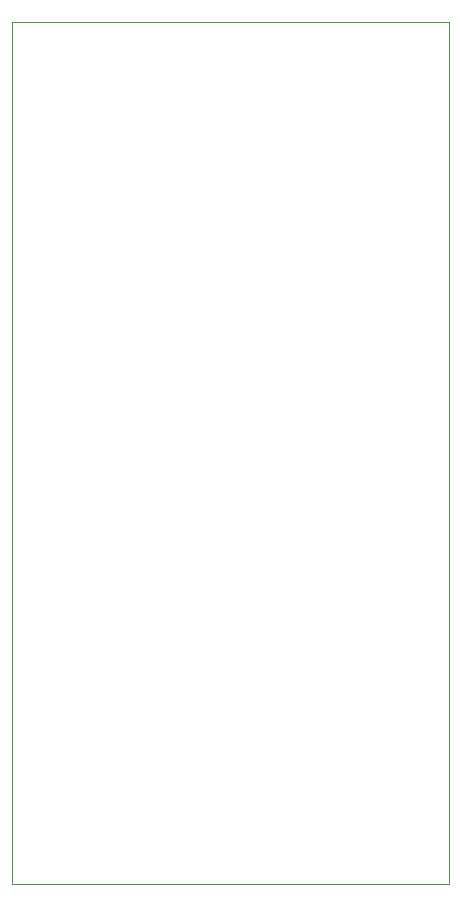
<source format=gbr>
G04 (created by PCBNEW (2013-mar-13)-testing) date Mon 10 Mar 2014 10:58:13 AM CET*
%MOIN*%
G04 Gerber Fmt 3.4, Leading zero omitted, Abs format*
%FSLAX34Y34*%
G01*
G70*
G90*
G04 APERTURE LIST*
%ADD10C,0.005906*%
%ADD11C,0.003937*%
G04 APERTURE END LIST*
G54D10*
G54D11*
X41338Y-56692D02*
X41338Y-27952D01*
X55905Y-56692D02*
X41338Y-56692D01*
X55905Y-27952D02*
X55905Y-56692D01*
X55511Y-27952D02*
X55905Y-27952D01*
X41338Y-27952D02*
X55511Y-27952D01*
M02*

</source>
